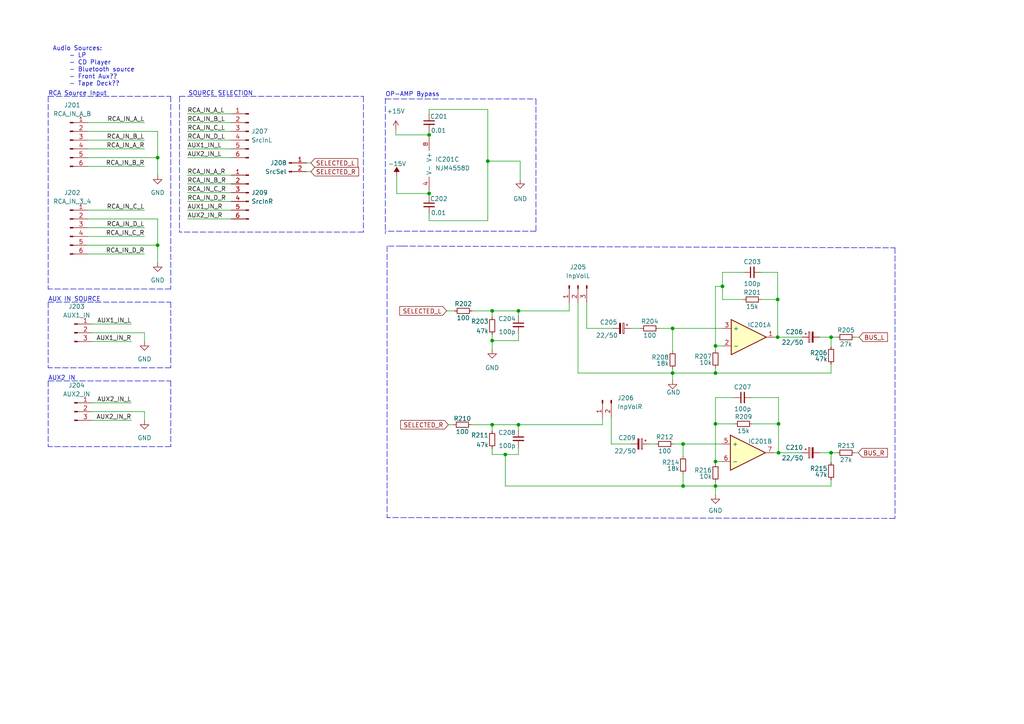
<source format=kicad_sch>
(kicad_sch (version 20211123) (generator eeschema)
  (paper "A4")
  (lib_symbols
    (symbol "Connector:Conn_01x02_Male" (pin_names (offset 1.016) hide)
      (property "Reference" "J" (at 0 2.54 0))
      (property "Value" "Conn_01x02_Male" (at 0 -5.08 0))
      (symbol "Conn_01x02_Male_1_1"
        (polyline (pts (xy 1.27 -2.54) (xy 0.8636 -2.54)) (stroke (width 0.1524)))
        (polyline (pts (xy 1.27 0) (xy 0.8636 0)) (stroke (width 0.1524)))
        (rectangle (start 0.8636 -2.413) (end 0 -2.667) (stroke (width 0.1524)) (fill (type outline)))
        (rectangle (start 0.8636 0.127) (end 0 -0.127) (stroke (width 0.1524)) (fill (type outline)))
        (pin passive line (at 5.08 0 180) (length 3.81) (name "Pin_1") (number "1"))
        (pin passive line (at 5.08 -2.54 180) (length 3.81) (name "Pin_2") (number "2"))
      )
    )
    (symbol "Connector:Conn_01x03_Male" (pin_names (offset 1.016) hide)
      (property "Reference" "J" (at 0 5.08 0))
      (property "Value" "Conn_01x03_Male" (at 0 -5.08 0))
      (symbol "Conn_01x03_Male_1_1"
        (polyline (pts (xy 1.27 -2.54) (xy 0.8636 -2.54)) (stroke (width 0.1524)))
        (polyline (pts (xy 1.27 0) (xy 0.8636 0)) (stroke (width 0.1524)))
        (polyline (pts (xy 1.27 2.54) (xy 0.8636 2.54)) (stroke (width 0.1524)))
        (rectangle (start 0.8636 -2.413) (end 0 -2.667) (stroke (width 0.1524)) (fill (type outline)))
        (rectangle (start 0.8636 0.127) (end 0 -0.127) (stroke (width 0.1524)) (fill (type outline)))
        (rectangle (start 0.8636 2.667) (end 0 2.413) (stroke (width 0.1524)) (fill (type outline)))
        (pin passive line (at 5.08 2.54 180) (length 3.81) (name "Pin_1") (number "1"))
        (pin passive line (at 5.08 0 180) (length 3.81) (name "Pin_2") (number "2"))
        (pin passive line (at 5.08 -2.54 180) (length 3.81) (name "Pin_3") (number "3"))
      )
    )
    (symbol "Connector:Conn_01x06_Male" (pin_names (offset 1.016) hide)
      (property "Reference" "J" (at 0 7.62 0))
      (property "Value" "Conn_01x06_Male" (at 0 -10.16 0))
      (symbol "Conn_01x06_Male_1_1"
        (polyline (pts (xy 1.27 -7.62) (xy 0.8636 -7.62)) (stroke (width 0.1524)))
        (polyline (pts (xy 1.27 -5.08) (xy 0.8636 -5.08)) (stroke (width 0.1524)))
        (polyline (pts (xy 1.27 -2.54) (xy 0.8636 -2.54)) (stroke (width 0.1524)))
        (polyline (pts (xy 1.27 0) (xy 0.8636 0)) (stroke (width 0.1524)))
        (polyline (pts (xy 1.27 2.54) (xy 0.8636 2.54)) (stroke (width 0.1524)))
        (polyline (pts (xy 1.27 5.08) (xy 0.8636 5.08)) (stroke (width 0.1524)))
        (rectangle (start 0.8636 -7.493) (end 0 -7.747) (stroke (width 0.1524)) (fill (type outline)))
        (rectangle (start 0.8636 -4.953) (end 0 -5.207) (stroke (width 0.1524)) (fill (type outline)))
        (rectangle (start 0.8636 -2.413) (end 0 -2.667) (stroke (width 0.1524)) (fill (type outline)))
        (rectangle (start 0.8636 0.127) (end 0 -0.127) (stroke (width 0.1524)) (fill (type outline)))
        (rectangle (start 0.8636 2.667) (end 0 2.413) (stroke (width 0.1524)) (fill (type outline)))
        (rectangle (start 0.8636 5.207) (end 0 4.953) (stroke (width 0.1524)) (fill (type outline)))
        (pin passive line (at 5.08 5.08 180) (length 3.81) (name "Pin_1") (number "1"))
        (pin passive line (at 5.08 2.54 180) (length 3.81) (name "Pin_2") (number "2"))
        (pin passive line (at 5.08 0 180) (length 3.81) (name "Pin_3") (number "3"))
        (pin passive line (at 5.08 -2.54 180) (length 3.81) (name "Pin_4") (number "4"))
        (pin passive line (at 5.08 -5.08 180) (length 3.81) (name "Pin_5") (number "5"))
        (pin passive line (at 5.08 -7.62 180) (length 3.81) (name "Pin_6") (number "6"))
      )
    )
    (symbol "Device:C_Polarized_Small" (pin_numbers hide) (pin_names (offset 0.254) hide)
      (property "Reference" "C" (at 0.254 1.778 0))
      (property "Value" "C_Polarized_Small" (at 0.254 -2.032 0))
      (symbol "C_Polarized_Small_0_1"
        (rectangle (start -1.524 -0.3048) (end 1.524 -0.6858) (fill (type outline)))
        (rectangle (start -1.524 0.6858) (end 1.524 0.3048))
        (polyline (pts (xy -1.27 1.524) (xy -0.762 1.524)))
        (polyline (pts (xy -1.016 1.27) (xy -1.016 1.778)))
      )
      (symbol "C_Polarized_Small_1_1"
        (pin passive line (at 0 2.54 270) (length 1.8542) (name "~") (number "1"))
        (pin passive line (at 0 -2.54 90) (length 1.8542) (name "~") (number "2"))
      )
    )
    (symbol "Device:C_Small" (pin_numbers hide) (pin_names (offset 0.254) hide)
      (property "Reference" "C" (at 0.254 1.778 0))
      (property "Value" "C_Small" (at 0.254 -2.032 0))
      (symbol "C_Small_0_1"
        (polyline (pts (xy -1.524 -0.508) (xy 1.524 -0.508)) (stroke (width 0.3302)))
        (polyline (pts (xy -1.524 0.508) (xy 1.524 0.508)) (stroke (width 0.3048)))
      )
      (symbol "C_Small_1_1"
        (pin passive line (at 0 2.54 270) (length 2.032) (name "~") (number "1"))
        (pin passive line (at 0 -2.54 90) (length 2.032) (name "~") (number "2"))
      )
    )
    (symbol "Device:Opamp_Dual"
      (property "Reference" "U" (at 0 5.08 0))
      (property "Value" "Opamp_Dual" (at 0 -5.08 0))
      (symbol "Opamp_Dual_1_1"
        (polyline (pts (xy -5.08 5.08) (xy 5.08 0) (xy -5.08 -5.08) (xy -5.08 5.08)) (stroke (width 0.254)) (fill (type background)))
        (pin output line (at 7.62 0 180) (length 2.54) (name "~") (number "1"))
        (pin input line (at -7.62 -2.54 0) (length 2.54) (name "-") (number "2"))
        (pin input line (at -7.62 2.54 0) (length 2.54) (name "+") (number "3"))
      )
      (symbol "Opamp_Dual_2_1"
        (polyline (pts (xy -5.08 5.08) (xy 5.08 0) (xy -5.08 -5.08) (xy -5.08 5.08)) (stroke (width 0.254)) (fill (type background)))
        (pin input line (at -7.62 2.54 0) (length 2.54) (name "+") (number "5"))
        (pin input line (at -7.62 -2.54 0) (length 2.54) (name "-") (number "6"))
        (pin output line (at 7.62 0 180) (length 2.54) (name "~") (number "7"))
      )
      (symbol "Opamp_Dual_3_1"
        (pin power_in line (at -2.54 -7.62 90) (length 3.81) (name "V-") (number "4"))
        (pin power_in line (at -2.54 7.62 270) (length 3.81) (name "V+") (number "8"))
      )
    )
    (symbol "Device:R_Small" (pin_numbers hide) (pin_names (offset 0.254) hide)
      (property "Reference" "R" (at 0.762 0.508 0))
      (property "Value" "R_Small" (at 0.762 -1.016 0))
      (symbol "R_Small_0_1"
        (rectangle (start -0.762 1.778) (end 0.762 -1.778) (stroke (width 0.2032)))
      )
      (symbol "R_Small_1_1"
        (pin passive line (at 0 2.54 270) (length 0.762) (name "~") (number "1"))
        (pin passive line (at 0 -2.54 90) (length 0.762) (name "~") (number "2"))
      )
    )
    (symbol "power:+15V" (power) (pin_names (offset 0))
      (property "Value" "+15V" (at 0 3.556 0))
      (symbol "+15V_0_1"
        (polyline (pts (xy -0.762 1.27) (xy 0 2.54)))
        (polyline (pts (xy 0 0) (xy 0 2.54)))
        (polyline (pts (xy 0 2.54) (xy 0.762 1.27)))
      )
      (symbol "+15V_1_1"
        (pin power_in line (at 0 0 90) (length 0) hide (name "+15V") (number "1"))
      )
    )
    (symbol "power:-15V" (power) (pin_names (offset 0))
      (property "Value" "-15V" (at 0 3.81 0))
      (symbol "-15V_0_0"
        (pin power_in line (at 0 0 90) (length 0) hide (name "-15V") (number "1"))
      )
      (symbol "-15V_0_1"
        (polyline (pts (xy 0 0) (xy 0 1.27) (xy 0.762 1.27) (xy 0 2.54) (xy -0.762 1.27) (xy 0 1.27)) (fill (type outline)))
      )
    )
    (symbol "power:GND" (power) (pin_names (offset 0))
      (property "Value" "GND" (at 0 -3.81 0))
      (symbol "GND_0_1"
        (polyline (pts (xy 0 0) (xy 0 -1.27) (xy 1.27 -1.27) (xy 0 -2.54) (xy -1.27 -1.27) (xy 0 -1.27)))
      )
      (symbol "GND_1_1"
        (pin power_in line (at 0 0 270) (length 0) hide (name "GND") (number "1"))
      )
    )
  )
  (junction (at 45.72 45.72))
  (junction (at 207.518 133.858))
  (junction (at 207.518 100.33))
  (junction (at 195.072 108.204))
  (junction (at 225.806 122.936))
  (junction (at 141.478 46.736))
  (junction (at 142.748 98.806))
  (junction (at 209.55 83.058))
  (junction (at 225.552 86.868))
  (junction (at 146.558 131.826))
  (junction (at 150.368 123.19))
  (junction (at 225.806 131.318))
  (junction (at 124.46 39.116))
  (junction (at 241.046 131.318))
  (junction (at 45.72 71.12))
  (junction (at 225.552 97.79))
  (junction (at 207.518 122.936))
  (junction (at 142.748 123.19))
  (junction (at 198.12 140.97))
  (junction (at 195.072 95.25))
  (junction (at 241.046 97.79))
  (junction (at 150.368 90.17))
  (junction (at 124.46 56.134))
  (junction (at 198.12 128.778))
  (junction (at 207.518 108.204))
  (junction (at 207.518 140.97))
  (junction (at 142.748 90.17))
  (wire (pts (xy 241.046 108.204) (xy 207.518 108.204)))
  (wire (pts (xy 207.518 83.058) (xy 207.518 100.33)))
  (wire (pts (xy 209.296 133.858) (xy 207.518 133.858)))
  (polyline (pts (xy 111.76 28.448) (xy 111.76 67.818)))
  (wire (pts (xy 26.67 121.92) (xy 38.1 121.92)))
  (wire (pts (xy 25.4 48.26) (xy 41.91 48.26)))
  (wire (pts (xy 207.518 133.858) (xy 207.518 134.62)))
  (wire (pts (xy 54.356 43.18) (xy 67.056 43.18)))
  (wire (pts (xy 45.72 71.12) (xy 25.4 71.12)))
  (wire (pts (xy 195.072 108.204) (xy 195.072 110.236)))
  (polyline (pts (xy 259.588 150.368) (xy 112.776 150.114)))
  (wire (pts (xy 124.46 56.134) (xy 115.062 56.134)))
  (wire (pts (xy 150.368 96.774) (xy 150.368 98.806)))
  (wire (pts (xy 146.558 140.97) (xy 198.12 140.97)))
  (wire (pts (xy 142.748 123.19) (xy 142.748 124.968)))
  (wire (pts (xy 224.79 97.79) (xy 225.552 97.79)))
  (wire (pts (xy 41.91 119.38) (xy 41.91 121.92)))
  (wire (pts (xy 190.246 128.778) (xy 188.214 128.778)))
  (wire (pts (xy 225.806 115.316) (xy 225.806 122.936)))
  (polyline (pts (xy 49.53 106.68) (xy 13.97 106.68)))
  (wire (pts (xy 25.4 60.96) (xy 41.91 60.96)))
  (polyline (pts (xy 52.07 27.94) (xy 105.41 27.94)))
  (wire (pts (xy 142.748 123.19) (xy 136.652 123.19)))
  (wire (pts (xy 54.356 40.64) (xy 67.056 40.64)))
  (wire (pts (xy 225.806 122.936) (xy 225.806 131.318)))
  (wire (pts (xy 25.4 40.64) (xy 41.91 40.64)))
  (polyline (pts (xy 116.586 71.374) (xy 112.268 71.374)))
  (wire (pts (xy 124.46 56.134) (xy 124.46 56.896)))
  (wire (pts (xy 26.67 99.06) (xy 38.1 99.06)))
  (wire (pts (xy 207.518 115.316) (xy 207.518 122.936)))
  (polyline (pts (xy 13.97 27.94) (xy 13.97 83.82)))
  (wire (pts (xy 26.67 119.38) (xy 41.91 119.38)))
  (wire (pts (xy 124.46 39.116) (xy 114.808 39.116)))
  (wire (pts (xy 220.726 86.868) (xy 225.552 86.868)))
  (wire (pts (xy 25.4 35.56) (xy 41.91 35.56)))
  (wire (pts (xy 209.55 95.25) (xy 195.072 95.25)))
  (polyline (pts (xy 155.448 67.056) (xy 111.76 67.056)))
  (wire (pts (xy 124.46 31.75) (xy 141.478 31.75)))
  (wire (pts (xy 213.106 122.936) (xy 207.518 122.936)))
  (polyline (pts (xy 13.97 110.49) (xy 49.53 110.49)))
  (polyline (pts (xy 13.97 87.63) (xy 13.97 106.68)))
  (wire (pts (xy 45.72 63.5) (xy 45.72 71.12)))
  (wire (pts (xy 150.368 123.19) (xy 174.752 123.19)))
  (wire (pts (xy 242.824 131.318) (xy 241.046 131.318)))
  (wire (pts (xy 45.72 38.1) (xy 45.72 45.72)))
  (polyline (pts (xy 155.448 28.702) (xy 155.448 67.056)))
  (wire (pts (xy 114.808 39.116) (xy 114.808 37.592)))
  (wire (pts (xy 209.55 78.994) (xy 215.646 78.994)))
  (wire (pts (xy 54.356 33.02) (xy 67.056 33.02)))
  (wire (pts (xy 207.518 140.97) (xy 207.518 143.51)))
  (wire (pts (xy 54.356 53.34) (xy 67.056 53.34)))
  (wire (pts (xy 170.18 87.884) (xy 170.18 95.25)))
  (wire (pts (xy 209.55 78.994) (xy 209.55 83.058)))
  (wire (pts (xy 124.46 39.116) (xy 124.46 39.878)))
  (wire (pts (xy 54.356 35.56) (xy 67.056 35.56)))
  (wire (pts (xy 241.046 105.664) (xy 241.046 108.204)))
  (wire (pts (xy 218.186 122.936) (xy 225.806 122.936)))
  (wire (pts (xy 207.518 108.204) (xy 195.072 108.204)))
  (wire (pts (xy 25.4 66.04) (xy 41.91 66.04)))
  (polyline (pts (xy 49.53 27.94) (xy 49.53 83.82)))
  (wire (pts (xy 45.72 45.72) (xy 25.4 45.72)))
  (wire (pts (xy 241.046 131.318) (xy 237.744 131.318)))
  (wire (pts (xy 209.55 83.058) (xy 209.55 86.868)))
  (wire (pts (xy 54.356 60.96) (xy 67.056 60.96)))
  (wire (pts (xy 195.072 95.25) (xy 195.072 101.854)))
  (wire (pts (xy 225.806 131.318) (xy 224.536 131.318)))
  (wire (pts (xy 150.368 129.794) (xy 150.368 131.826)))
  (wire (pts (xy 150.368 90.17) (xy 150.368 91.694)))
  (polyline (pts (xy 49.53 83.82) (xy 13.97 83.82)))
  (wire (pts (xy 142.748 97.028) (xy 142.748 98.806)))
  (wire (pts (xy 130.048 123.19) (xy 131.572 123.19)))
  (wire (pts (xy 150.368 131.826) (xy 146.558 131.826)))
  (wire (pts (xy 129.54 90.17) (xy 131.826 90.17)))
  (wire (pts (xy 141.478 46.736) (xy 150.876 46.736)))
  (wire (pts (xy 45.72 71.12) (xy 45.72 76.2)))
  (wire (pts (xy 195.072 106.934) (xy 195.072 108.204)))
  (wire (pts (xy 146.558 131.826) (xy 142.748 131.826)))
  (wire (pts (xy 124.46 33.02) (xy 124.46 31.75)))
  (wire (pts (xy 207.518 139.7) (xy 207.518 140.97)))
  (wire (pts (xy 26.67 116.84) (xy 38.1 116.84)))
  (wire (pts (xy 54.356 63.5) (xy 67.056 63.5)))
  (wire (pts (xy 217.932 115.316) (xy 225.806 115.316)))
  (wire (pts (xy 142.748 90.17) (xy 142.748 91.948)))
  (wire (pts (xy 170.18 95.25) (xy 177.8 95.25)))
  (wire (pts (xy 54.356 58.42) (xy 67.056 58.42)))
  (wire (pts (xy 150.876 46.736) (xy 150.876 52.07)))
  (wire (pts (xy 146.558 131.826) (xy 146.558 140.97)))
  (polyline (pts (xy 49.53 87.63) (xy 49.53 106.68)))
  (wire (pts (xy 124.46 55.118) (xy 124.46 56.134)))
  (wire (pts (xy 241.046 131.318) (xy 241.046 134.112)))
  (wire (pts (xy 212.852 115.316) (xy 207.518 115.316)))
  (wire (pts (xy 232.664 97.79) (xy 225.552 97.79)))
  (wire (pts (xy 124.46 64.008) (xy 141.478 64.008)))
  (polyline (pts (xy 116.586 71.374) (xy 259.588 71.882)))
  (polyline (pts (xy 13.97 27.94) (xy 49.53 27.94)))
  (polyline (pts (xy 105.41 67.31) (xy 52.07 67.31)))
  (wire (pts (xy 177.292 121.158) (xy 177.292 128.778)))
  (wire (pts (xy 209.55 83.058) (xy 207.518 83.058)))
  (wire (pts (xy 142.748 130.048) (xy 142.748 131.826)))
  (wire (pts (xy 207.518 140.97) (xy 198.12 140.97)))
  (wire (pts (xy 115.062 56.134) (xy 115.062 51.054)))
  (wire (pts (xy 225.552 86.868) (xy 225.552 97.79)))
  (polyline (pts (xy 111.76 28.702) (xy 155.448 28.702)))
  (wire (pts (xy 241.046 97.79) (xy 241.046 100.584)))
  (wire (pts (xy 225.552 78.994) (xy 225.552 86.868)))
  (polyline (pts (xy 112.268 150.114) (xy 112.776 150.114)))
  (polyline (pts (xy 112.268 71.374) (xy 112.268 150.114)))
  (polyline (pts (xy 259.588 71.882) (xy 259.588 150.368)))
  (wire (pts (xy 195.072 95.25) (xy 191.008 95.25)))
  (wire (pts (xy 54.356 50.8) (xy 67.056 50.8)))
  (wire (pts (xy 177.292 128.778) (xy 183.134 128.778)))
  (wire (pts (xy 215.646 86.868) (xy 209.55 86.868)))
  (wire (pts (xy 26.67 96.52) (xy 41.91 96.52)))
  (wire (pts (xy 232.664 131.318) (xy 225.806 131.318)))
  (wire (pts (xy 242.824 97.79) (xy 241.046 97.79)))
  (wire (pts (xy 41.91 96.52) (xy 41.91 99.06)))
  (wire (pts (xy 124.46 38.1) (xy 124.46 39.116)))
  (wire (pts (xy 142.748 98.806) (xy 142.748 101.346)))
  (wire (pts (xy 207.518 100.33) (xy 207.518 101.6)))
  (wire (pts (xy 165.1 90.17) (xy 150.368 90.17)))
  (wire (pts (xy 141.478 46.736) (xy 141.478 64.008)))
  (wire (pts (xy 209.296 128.778) (xy 198.12 128.778)))
  (wire (pts (xy 207.518 140.97) (xy 241.046 140.97)))
  (wire (pts (xy 198.12 140.97) (xy 198.12 137.414)))
  (wire (pts (xy 25.4 73.66) (xy 41.91 73.66)))
  (wire (pts (xy 25.4 68.58) (xy 41.91 68.58)))
  (wire (pts (xy 26.67 93.98) (xy 38.1 93.98)))
  (wire (pts (xy 124.46 61.976) (xy 124.46 64.008)))
  (wire (pts (xy 207.518 100.33) (xy 209.55 100.33)))
  (polyline (pts (xy 49.53 129.54) (xy 13.97 129.54)))
  (polyline (pts (xy 52.07 27.94) (xy 52.07 67.31)))
  (wire (pts (xy 185.928 95.25) (xy 182.88 95.25)))
  (wire (pts (xy 54.356 38.1) (xy 67.056 38.1)))
  (polyline (pts (xy 13.97 87.63) (xy 49.53 87.63)))
  (wire (pts (xy 88.9 49.784) (xy 90.17 49.784)))
  (wire (pts (xy 207.518 122.936) (xy 207.518 133.858)))
  (wire (pts (xy 150.368 98.806) (xy 142.748 98.806)))
  (wire (pts (xy 174.752 121.158) (xy 174.752 123.19)))
  (wire (pts (xy 198.12 128.778) (xy 198.12 132.334)))
  (wire (pts (xy 220.726 78.994) (xy 225.552 78.994)))
  (wire (pts (xy 195.072 108.204) (xy 167.64 108.204)))
  (wire (pts (xy 207.518 106.68) (xy 207.518 108.204)))
  (polyline (pts (xy 13.97 110.49) (xy 13.97 129.54)))
  (wire (pts (xy 25.4 63.5) (xy 45.72 63.5)))
  (wire (pts (xy 142.748 90.17) (xy 136.906 90.17)))
  (wire (pts (xy 150.368 90.17) (xy 142.748 90.17)))
  (wire (pts (xy 249.174 97.79) (xy 247.904 97.79)))
  (wire (pts (xy 45.72 45.72) (xy 45.72 50.8)))
  (wire (pts (xy 141.478 31.75) (xy 141.478 46.736)))
  (wire (pts (xy 150.368 123.19) (xy 150.368 124.714)))
  (wire (pts (xy 150.368 123.19) (xy 142.748 123.19)))
  (wire (pts (xy 54.356 55.88) (xy 67.056 55.88)))
  (wire (pts (xy 241.046 139.192) (xy 241.046 140.97)))
  (wire (pts (xy 241.046 97.79) (xy 237.744 97.79)))
  (wire (pts (xy 165.1 87.884) (xy 165.1 90.17)))
  (wire (pts (xy 167.64 87.884) (xy 167.64 108.204)))
  (wire (pts (xy 248.92 131.318) (xy 247.904 131.318)))
  (wire (pts (xy 25.4 43.18) (xy 41.91 43.18)))
  (wire (pts (xy 54.356 45.72) (xy 67.056 45.72)))
  (wire (pts (xy 198.12 128.778) (xy 195.326 128.778)))
  (polyline (pts (xy 105.41 27.94) (xy 105.41 67.31)))
  (polyline (pts (xy 49.53 110.49) (xy 49.53 129.54)))
  (wire (pts (xy 25.4 38.1) (xy 45.72 38.1)))
  (wire (pts (xy 88.9 47.244) (xy 90.17 47.244)))
  (text "SOURCE SELECTION" (at 54.61 27.94 0) (effects (font (size 1.27 1.27)) (justify left bottom)))
  (text "RCA Source Input" (at 13.97 27.94 0) (effects (font (size 1.27 1.27)) (justify left bottom)))
  (text "AUX2 IN" (at 13.97 110.49 0) (effects (font (size 1.27 1.27)) (justify left bottom)))
  (text "Audio Sources:\n	- LP\n	- CD Player\n	- Bluetooth source\n	- Front Aux??\n	- Tape Deck??\n\n	" (at 15.24 29.21 0) (effects (font (size 1.27 1.27)) (justify left bottom)))
  (text "AUX IN SOURCE" (at 13.97 87.63 0) (effects (font (size 1.27 1.27)) (justify left bottom)))
  (text "OP-AMP Bypass\n" (at 111.76 28.194 0) (effects (font (size 1.27 1.27)) (justify left bottom)))
  (label "RCA_IN_C_R" (at 54.356 55.88 0))
  (label "RCA_IN_D_R" (at 54.356 58.42 0))
  (label "RCA_IN_C_L" (at 54.356 38.1 0))
  (label "RCA_IN_A_L" (at 54.356 33.02 0))
  (label "RCA_IN_B_L" (at 41.91 40.64 180))
  (label "RCA_IN_C_L" (at 41.91 60.96 180))
  (label "AUX1_IN_R" (at 54.356 60.96 0))
  (label "AUX2_IN_R" (at 38.1 121.92 180))
  (label "RCA_IN_B_R" (at 41.91 48.26 180))
  (label "RCA_IN_D_L" (at 41.91 66.04 180))
  (label "AUX1_IN_R" (at 38.1 99.06 180))
  (label "RCA_IN_D_R" (at 41.91 73.66 180))
  (label "AUX1_IN_L" (at 54.356 43.18 0))
  (label "AUX2_IN_R" (at 54.356 63.5 0))
  (label "AUX1_IN_L" (at 38.1 93.98 180))
  (label "RCA_IN_A_R" (at 54.356 50.8 0))
  (label "AUX2_IN_L" (at 38.1 116.84 180))
  (label "RCA_IN_B_R" (at 54.356 53.34 0))
  (label "RCA_IN_D_L" (at 54.356 40.64 0))
  (label "RCA_IN_B_L" (at 54.356 35.56 0))
  (label "RCA_IN_A_R" (at 41.91 43.18 180))
  (label "AUX2_IN_L" (at 54.356 45.72 0))
  (label "RCA_IN_A_L" (at 41.91 35.56 180))
  (label "RCA_IN_C_R" (at 41.91 68.58 180))
  (global_label "SELECTED_L" (shape input) (at 90.17 47.244 0) (property "Intersheet References" "${INTERSHEET_REFS}" (effects hide)))
  (global_label "SELECTED_L" (shape input) (at 129.54 90.17 180) (property "Intersheet References" "${INTERSHEET_REFS}" (effects hide)))
  (global_label "SELECTED_R" (shape input) (at 130.048 123.19 180) (property "Intersheet References" "${INTERSHEET_REFS}" (effects hide)))
  (global_label "BUS_R" (shape input) (at 248.92 131.318 0) (property "Intersheet References" "${INTERSHEET_REFS}" (effects hide)))
  (global_label "SELECTED_R" (shape input) (at 90.17 49.784 0) (property "Intersheet References" "${INTERSHEET_REFS}" (effects hide)))
  (global_label "BUS_L" (shape input) (at 249.174 97.79 0) (property "Intersheet References" "${INTERSHEET_REFS}" (effects hide)))
  (symbol (lib_id "Device:R_Small") (at 207.518 104.14 0) (mirror y) (unit 1)
    (property "Reference" "R207" (at 206.502 103.378 0) (effects (justify left)))
    (property "Value" "10k" (at 206.502 105.156 0) (effects (justify left)))
    (property "Footprint" "Resistor_THT:R_Axial_DIN0207_L6.3mm_D2.5mm_P10.16mm_Horizontal" (effects hide))
  )
  (symbol (lib_id "Device:Opamp_Dual") (at 216.916 131.318 0) (unit 2)
    (property "Reference" "IC201" (at 220.472 128.016 0))
    (property "Value" "NJM4558D" (effects hide))
    (property "Footprint" "Package_DIP:DIP-8_W7.62mm_Socket_LongPads" (effects hide))
  )
  (symbol (lib_id "Device:R_Small") (at 188.468 95.25 90) (unit 1)
    (property "Reference" "R204" (at 188.468 93.218 90))
    (property "Value" "100" (at 188.468 97.282 90))
    (property "Footprint" "Resistor_THT:R_Axial_DIN0207_L6.3mm_D2.5mm_P10.16mm_Horizontal" (effects hide))
  )
  (symbol (lib_id "Connector:Conn_01x06_Male") (at 72.136 55.88 0) (mirror y) (unit 1)
    (property "Reference" "J209" (at 72.898 55.8799 0) (effects (justify right)))
    (property "Value" "SrcInR" (at 72.898 58.4199 0) (effects (justify right)))
    (property "Footprint" "Connector_JST:JST_XH_B6B-XH-A_1x06_P2.50mm_Vertical" (effects hide))
  )
  (symbol (lib_id "Device:C_Polarized_Small") (at 185.674 128.778 270) (unit 1)
    (property "Reference" "C209" (at 181.864 127 90))
    (property "Value" "22/50" (at 181.356 130.81 90))
    (property "Footprint" "Capacitor_THT:CP_Radial_D5.0mm_P2.00mm" (effects hide))
  )
  (symbol (lib_id "power:GND") (at 142.748 101.346 0) (mirror y) (unit 1)
    (property "Reference" "#PWR0207" (effects hide))
    (property "Value" "GND" (at 142.748 106.68 0))
  )
  (symbol (lib_id "Device:C_Polarized_Small") (at 235.204 97.79 90) (mirror x) (unit 1)
    (property "Reference" "C206" (at 230.378 96.266 90))
    (property "Value" "22/50" (at 229.87 99.314 90))
    (property "Footprint" "Capacitor_THT:CP_Radial_D5.0mm_P2.00mm" (effects hide))
  )
  (symbol (lib_id "power:GND") (at 45.72 50.8 0) (unit 1)
    (property "Reference" "#PWR0202" (effects hide))
    (property "Value" "GND" (at 45.72 55.88 0))
  )
  (symbol (lib_id "power:GND") (at 207.518 143.51 0) (mirror y) (unit 1)
    (property "Reference" "#PWR0211" (effects hide))
    (property "Value" "GND" (at 207.518 148.082 0))
  )
  (symbol (lib_id "Device:C_Polarized_Small") (at 180.34 95.25 270) (unit 1)
    (property "Reference" "C205" (at 176.53 93.472 90))
    (property "Value" "22/50" (at 176.022 97.282 90))
    (property "Footprint" "Capacitor_THT:CP_Radial_D5.0mm_P2.00mm" (effects hide))
  )
  (symbol (lib_id "Device:R_Small") (at 134.112 123.19 270) (mirror x) (unit 1)
    (property "Reference" "R210" (at 134.112 121.412 90))
    (property "Value" "100" (at 134.112 125.222 90))
    (property "Footprint" "Resistor_THT:R_Axial_DIN0207_L6.3mm_D2.5mm_P10.16mm_Horizontal" (effects hide))
  )
  (symbol (lib_id "power:GND") (at 195.072 110.236 0) (mirror y) (unit 1)
    (property "Reference" "#PWR0208" (effects hide))
    (property "Value" "GND" (at 195.326 113.792 0))
  )
  (symbol (lib_id "power:GND") (at 45.72 76.2 0) (unit 1)
    (property "Reference" "#PWR0205" (effects hide))
    (property "Value" "GND" (at 45.72 81.28 0))
  )
  (symbol (lib_id "power:GND") (at 150.876 52.07 0) (unit 1)
    (property "Reference" "#PWR0204" (effects hide))
    (property "Value" "GND" (at 150.876 57.658 0))
  )
  (symbol (lib_id "Device:R_Small") (at 198.12 134.874 0) (mirror y) (unit 1)
    (property "Reference" "R214" (at 197.104 134.112 0) (effects (justify left)))
    (property "Value" "18k" (at 197.104 135.89 0) (effects (justify left)))
    (property "Footprint" "Resistor_THT:R_Axial_DIN0207_L6.3mm_D2.5mm_P10.16mm_Horizontal" (effects hide))
  )
  (symbol (lib_id "Device:R_Small") (at 241.046 136.652 0) (mirror y) (unit 1)
    (property "Reference" "R215" (at 240.03 135.89 0) (effects (justify left)))
    (property "Value" "47k" (at 240.03 137.668 0) (effects (justify left)))
    (property "Footprint" "Resistor_THT:R_Axial_DIN0207_L6.3mm_D2.5mm_P10.16mm_Horizontal" (effects hide))
  )
  (symbol (lib_id "Connector:Conn_01x03_Male") (at 21.59 96.52 0) (unit 1)
    (property "Reference" "J203" (at 22.225 88.9 0))
    (property "Value" "AUX1_IN" (at 22.225 91.44 0))
    (property "Footprint" "Connector_JST:JST_XH_B3B-XH-A_1x03_P2.50mm_Vertical" (effects hide))
  )
  (symbol (lib_id "power:-15V") (at 115.062 51.054 0) (unit 1)
    (property "Reference" "#PWR0203" (effects hide))
    (property "Value" "-15V" (at 112.522 47.498 0) (effects (justify left)))
  )
  (symbol (lib_id "Connector:Conn_01x06_Male") (at 20.32 66.04 0) (unit 1)
    (property "Reference" "J202" (at 20.955 55.88 0))
    (property "Value" "RCA_IN_3_4" (at 20.955 58.42 0))
    (property "Footprint" "Connector_JST:JST_XH_B6B-XH-A_1x06_P2.50mm_Vertical" (effects hide))
  )
  (symbol (lib_id "Device:C_Small") (at 218.186 78.994 90) (unit 1)
    (property "Reference" "C203" (at 218.186 75.946 90))
    (property "Value" "100p" (at 218.186 82.296 90))
    (property "Footprint" "Capacitor_THT:C_Disc_D5.0mm_W2.5mm_P2.50mm" (effects hide))
  )
  (symbol (lib_id "Connector:Conn_01x02_Male") (at 174.752 116.078 90) (mirror x) (unit 1)
    (property "Reference" "J206" (at 179.07 115.4429 90) (effects (justify right)))
    (property "Value" "InpVolR" (at 179.07 117.9829 90) (effects (justify right)))
    (property "Footprint" "Connector_JST:JST_XH_B2B-XH-A_1x02_P2.50mm_Vertical" (effects hide))
  )
  (symbol (lib_id "Device:Opamp_Dual") (at 127 47.498 0) (unit 3)
    (property "Reference" "IC201" (at 126.238 46.2279 0) (effects (justify left)))
    (property "Value" "NJM4558D" (at 126.238 48.7679 0) (effects (justify left)))
    (property "Footprint" "Package_DIP:DIP-8_W7.62mm_Socket_LongPads" (effects hide))
  )
  (symbol (lib_id "Connector:Conn_01x06_Male") (at 20.32 40.64 0) (unit 1)
    (property "Reference" "J201" (at 20.955 30.48 0))
    (property "Value" "RCA_IN_A_B" (at 20.955 33.02 0))
    (property "Footprint" "Connector_JST:JST_XH_B6B-XH-A_1x06_P2.50mm_Vertical" (effects hide))
  )
  (symbol (lib_id "Device:C_Small") (at 124.46 59.436 0) (unit 1)
    (property "Reference" "C202" (at 124.714 57.658 0) (effects (justify left)))
    (property "Value" "0.01" (at 124.968 61.722 0) (effects (justify left)))
    (property "Footprint" "Capacitor_THT:C_Disc_D3.8mm_W2.6mm_P2.50mm" (effects hide))
  )
  (symbol (lib_id "Connector:Conn_01x02_Male") (at 83.82 47.244 0) (unit 1)
    (property "Reference" "J208" (at 80.772 47.244 0))
    (property "Value" "SrcSel" (at 80.01 49.784 0))
    (property "Footprint" "Connector_JST:JST_XH_B2B-XH-A_1x02_P2.50mm_Vertical" (effects hide))
  )
  (symbol (lib_id "Device:C_Small") (at 215.392 115.316 90) (unit 1)
    (property "Reference" "C207" (at 215.392 112.268 90))
    (property "Value" "100p" (at 215.392 118.618 90))
    (property "Footprint" "Capacitor_THT:C_Disc_D5.0mm_W2.5mm_P2.50mm" (effects hide))
  )
  (symbol (lib_id "Device:R_Small") (at 245.364 131.318 270) (mirror x) (unit 1)
    (property "Reference" "R213" (at 245.364 129.286 90))
    (property "Value" "27k" (at 245.364 133.35 90))
    (property "Footprint" "Resistor_THT:R_Axial_DIN0207_L6.3mm_D2.5mm_P10.16mm_Horizontal" (effects hide))
  )
  (symbol (lib_id "Device:C_Small") (at 124.46 35.56 0) (unit 1)
    (property "Reference" "C201" (at 124.714 33.782 0) (effects (justify left)))
    (property "Value" "0.01" (at 124.968 37.846 0) (effects (justify left)))
    (property "Footprint" "Capacitor_THT:C_Disc_D3.8mm_W2.6mm_P2.50mm" (effects hide))
  )
  (symbol (lib_id "Device:R_Small") (at 245.364 97.79 270) (mirror x) (unit 1)
    (property "Reference" "R205" (at 245.364 95.758 90))
    (property "Value" "27k" (at 245.364 99.822 90))
    (property "Footprint" "Resistor_THT:R_Axial_DIN0207_L6.3mm_D2.5mm_P10.16mm_Horizontal" (effects hide))
  )
  (symbol (lib_id "Connector:Conn_01x03_Male") (at 21.59 119.38 0) (unit 1)
    (property "Reference" "J204" (at 22.225 111.76 0))
    (property "Value" "AUX2_IN" (at 22.225 114.3 0))
    (property "Footprint" "Connector_JST:JST_XH_B3B-XH-A_1x03_P2.50mm_Vertical" (effects hide))
  )
  (symbol (lib_id "Device:R_Small") (at 195.072 104.394 0) (mirror y) (unit 1)
    (property "Reference" "R208" (at 194.056 103.632 0) (effects (justify left)))
    (property "Value" "18k" (at 194.056 105.41 0) (effects (justify left)))
    (property "Footprint" "Resistor_THT:R_Axial_DIN0207_L6.3mm_D2.5mm_P10.16mm_Horizontal" (effects hide))
  )
  (symbol (lib_id "Device:C_Small") (at 150.368 127.254 0) (mirror y) (unit 1)
    (property "Reference" "C208" (at 149.606 125.476 0) (effects (justify left)))
    (property "Value" "100p" (at 149.606 129.286 0) (effects (justify left)))
    (property "Footprint" "Capacitor_THT:C_Disc_D5.0mm_W2.5mm_P2.50mm" (effects hide))
  )
  (symbol (lib_id "Device:R_Small") (at 192.786 128.778 90) (unit 1)
    (property "Reference" "R212" (at 192.786 126.746 90))
    (property "Value" "100" (at 192.786 130.81 90))
    (property "Footprint" "Resistor_THT:R_Axial_DIN0207_L6.3mm_D2.5mm_P10.16mm_Horizontal" (effects hide))
  )
  (symbol (lib_id "Device:R_Small") (at 134.366 90.17 270) (mirror x) (unit 1)
    (property "Reference" "R202" (at 134.366 88.138 90))
    (property "Value" "100" (at 134.366 92.202 90))
    (property "Footprint" "Resistor_THT:R_Axial_DIN0207_L6.3mm_D2.5mm_P10.16mm_Horizontal" (effects hide))
  )
  (symbol (lib_id "power:+15V") (at 114.808 37.592 0) (unit 1)
    (property "Reference" "#PWR0201" (effects hide))
    (property "Value" "+15V" (at 114.808 32.258 0))
  )
  (symbol (lib_id "Device:R_Small") (at 142.748 94.488 0) (mirror x) (unit 1)
    (property "Reference" "R203" (at 141.732 93.218 0) (effects (justify right)))
    (property "Value" "47k" (at 141.732 96.012 0) (effects (justify right)))
    (property "Footprint" "Resistor_THT:R_Axial_DIN0207_L6.3mm_D2.5mm_P10.16mm_Horizontal" (effects hide))
  )
  (symbol (lib_id "power:GND") (at 41.91 99.06 0) (unit 1)
    (property "Reference" "#PWR0206" (effects hide))
    (property "Value" "GND" (at 41.91 104.14 0))
  )
  (symbol (lib_id "Device:C_Polarized_Small") (at 235.204 131.318 90) (mirror x) (unit 1)
    (property "Reference" "C210" (at 230.378 129.794 90))
    (property "Value" "22/50" (at 229.87 132.842 90))
    (property "Footprint" "Capacitor_THT:CP_Radial_D5.0mm_P2.00mm" (effects hide))
  )
  (symbol (lib_id "Device:R_Small") (at 215.646 122.936 90) (unit 1)
    (property "Reference" "R209" (at 215.646 120.904 90))
    (property "Value" "15k" (at 215.646 124.968 90))
    (property "Footprint" "Resistor_THT:R_Axial_DIN0207_L6.3mm_D2.5mm_P10.16mm_Horizontal" (effects hide))
  )
  (symbol (lib_id "Device:R_Small") (at 142.748 127.508 0) (mirror x) (unit 1)
    (property "Reference" "R211" (at 141.732 126.238 0) (effects (justify right)))
    (property "Value" "47k" (at 141.732 129.032 0) (effects (justify right)))
    (property "Footprint" "Resistor_THT:R_Axial_DIN0207_L6.3mm_D2.5mm_P10.16mm_Horizontal" (effects hide))
  )
  (symbol (lib_id "power:GND") (at 41.91 121.92 0) (unit 1)
    (property "Reference" "#PWR0209" (effects hide))
    (property "Value" "GND" (at 41.91 127 0))
  )
  (symbol (lib_id "Device:R_Small") (at 207.518 137.16 0) (mirror y) (unit 1)
    (property "Reference" "R216" (at 206.502 136.398 0) (effects (justify left)))
    (property "Value" "10k" (at 206.502 138.176 0) (effects (justify left)))
    (property "Footprint" "Resistor_THT:R_Axial_DIN0207_L6.3mm_D2.5mm_P10.16mm_Horizontal" (effects hide))
  )
  (symbol (lib_id "Device:C_Small") (at 150.368 94.234 0) (mirror y) (unit 1)
    (property "Reference" "C204" (at 149.606 92.456 0) (effects (justify left)))
    (property "Value" "100p" (at 149.606 96.266 0) (effects (justify left)))
    (property "Footprint" "Capacitor_THT:C_Disc_D5.0mm_W2.5mm_P2.50mm" (effects hide))
  )
  (symbol (lib_id "Device:R_Small") (at 241.046 103.124 0) (mirror y) (unit 1)
    (property "Reference" "R206" (at 240.03 102.362 0) (effects (justify left)))
    (property "Value" "47k" (at 240.03 104.14 0) (effects (justify left)))
    (property "Footprint" "Resistor_THT:R_Axial_DIN0207_L6.3mm_D2.5mm_P10.16mm_Horizontal" (effects hide))
  )
  (symbol (lib_id "Connector:Conn_01x06_Male") (at 72.136 38.1 0) (mirror y) (unit 1)
    (property "Reference" "J207" (at 72.898 38.0999 0) (effects (justify right)))
    (property "Value" "SrcInL" (at 72.898 40.6399 0) (effects (justify right)))
    (property "Footprint" "Connector_JST:JST_XH_B6B-XH-A_1x06_P2.50mm_Vertical" (effects hide))
  )
  (symbol (lib_id "Device:Opamp_Dual") (at 217.17 97.79 0) (unit 1)
    (property "Reference" "IC201" (at 220.218 94.234 0))
    (property "Value" "NJM4558D" (effects hide))
    (property "Footprint" "Package_DIP:DIP-8_W7.62mm_Socket_LongPads" (effects hide))
  )
  (symbol (lib_id "Connector:Conn_01x03_Male") (at 167.64 82.804 90) (mirror x) (unit 1)
    (property "Reference" "J205" (at 167.64 77.47 90))
    (property "Value" "InpVolL" (at 167.64 80.01 90))
    (property "Footprint" "Connector_JST:JST_XH_B3B-XH-A_1x03_P2.50mm_Vertical" (effects hide))
  )
  (symbol (lib_id "Device:R_Small") (at 218.186 86.868 90) (unit 1)
    (property "Reference" "R201" (at 218.186 84.836 90))
    (property "Value" "15k" (at 218.186 88.9 90))
    (property "Footprint" "Resistor_THT:R_Axial_DIN0207_L6.3mm_D2.5mm_P10.16mm_Horizontal" (effects hide))
  )
)
</source>
